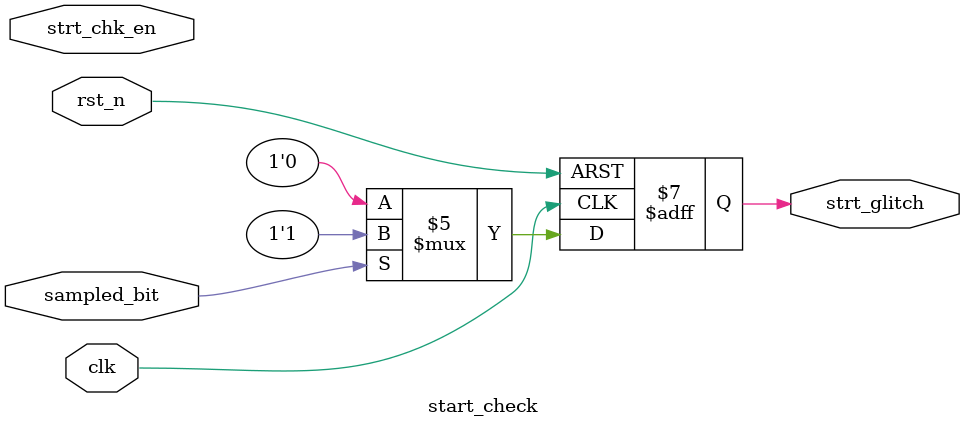
<source format=v>
module start_check(
    input clk,
    input rst_n,
    input strt_chk_en,
    input sampled_bit,
    output reg strt_glitch
);
always @(posedge clk or negedge rst_n) begin
    if(!rst_n) begin
        strt_glitch <= 0;
    end
    else if(sampled_bit == 1'b1) begin
        strt_glitch <= 1'b1;
    end
    else begin
        strt_glitch <= 1'b0; 
    end
end
endmodule
</source>
